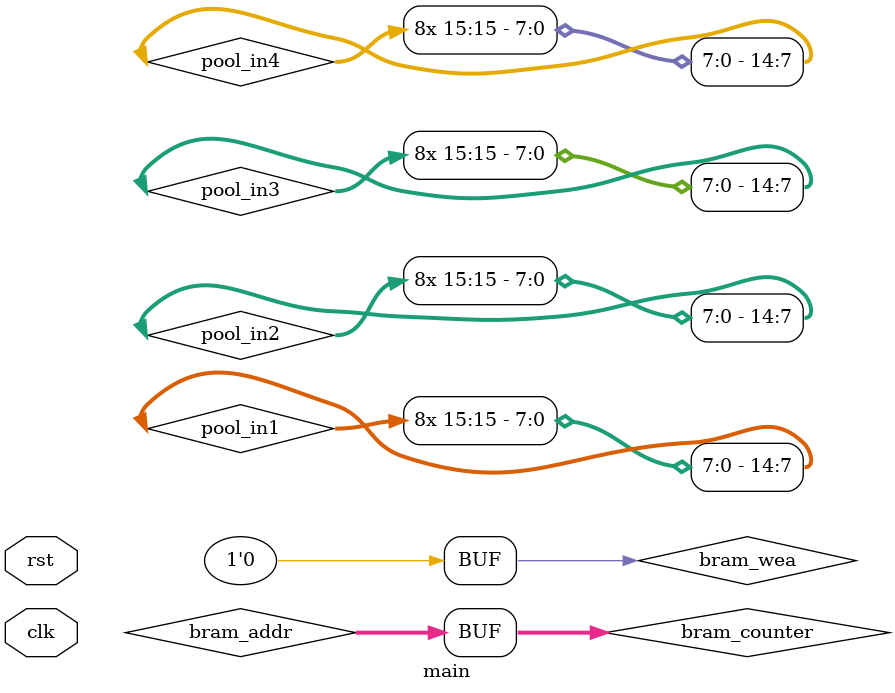
<source format=v>
`timescale 1ns / 1ps

module main(
    input clk,
    input rst
    );
    
    reg signed [3:0] image [0:16383];
    reg signed [3:0] test [0:16383];
    reg signed [7:0] con2 [0:15874];
    reg signed [7:0] pool [0:7936];

    //Read Input Images Into ROMS    
   /*initial begin    
        $readmemb("C:/Users/halok/Desktop/School/Grad VLSI/jordan1.txt", image, 0, 16383);
        $readmemb("C:/Users/halok/Desktop/School/Grad VLSI/jordan1.txt", test, 0, 16383);
    end */
   
    //BRAM Start
    wire [13:0] bram_addr;
    wire [3:0] bram_in;
    wire [3:0] bram_out_image;
    wire [3:0] bram_out_test;
    wire [0:0] bram_wea = 0;
    reg bram_enable;
    reg [13:0] bram_counter;
    
    initial 
        begin
            bram_counter = 0;
            bram_enable = 1;
        end
    
    blk_mem_gen_0 Image(clk,bram_enable,bram_wea,bram_addr,bram_in,bram_out_image);
    blk_mem_gen_1 Test(clk,bram_enable,bram_wea,bram_addr,bram_in,bram_out_test);
    
    assign bram_addr = bram_counter;
    
    always@(posedge clk)
        begin
            if(bram_enable)
                begin
                    image[bram_counter] <= bram_out_image;
                    test[bram_counter] <= bram_out_test;
                    bram_counter = bram_counter + 1'b1;
                    if(bram_addr == 16383)
                        begin
                            bram_enable <= 0;
                        end
                end
        end
    //BRAM End
        
    //Convolution Stage 1 Image//////////////////////////////////////////////////////////////////////////
    reg image_enable;
    wire [3:0] con1_in1;
    wire [3:0] con1_in2;
    wire [3:0] con1_in3;
    wire [3:0] con1_in4;
    wire [3:0] con1_in5;
    wire [3:0] con1_in6;
    wire [3:0] con1_in7;
    wire [3:0] con1_in8;
    wire [3:0] con1_in9;
    wire signed [3:0] con1_final;
    wire finished_con1;
    
    reg [15:0] img_in1_addr;
    reg [15:0] img_in2_addr;
    reg [15:0] img_in3_addr;
    reg [15:0] img_in4_addr;
    reg [15:0] img_in5_addr;
    reg [15:0] img_in6_addr;
    reg [15:0] img_in7_addr;
    reg [15:0] img_in8_addr;
    reg [15:0] img_in9_addr;
    
    reg [15:0] img_addr = 0;
    
    reg[15:0] img_counter = 16'b0000_0000_0000_0001;
    
    initial 
        begin
            img_in1_addr <= 16'b0000_0000_0000_0000;
            img_in2_addr <= 16'b0000_0000_0000_0001;
            img_in3_addr <= 16'b0000_0000_0000_0010;
            img_in4_addr <= 16'b0000_0000_1000_0000;
            img_in5_addr <= 16'b0000_0000_1000_0001;
            img_in6_addr <= 16'b0000_0000_1000_0010;
            img_in7_addr <= 16'b0000_0001_0000_0000;
            img_in8_addr <= 16'b0000_0001_0000_0001;
            img_in9_addr <= 16'b0000_0001_0000_0010;
            
            image_enable <=1'b1;
                        
        end
        
    Convolution_1 Image_Convolution (clk, image_enable, con1_in1, con1_in2, con1_in3, con1_in4, con1_in5, con1_in6, con1_in7, con1_in8, con1_in9, con1_final, finished_con1);
    
    //Assign Inputs
    assign con1_in1 = (image_enable && (image[img_in1_addr])); 
    assign con1_in2 = (image_enable && (image[img_in2_addr]));
    assign con1_in3 = (image_enable && (image[img_in3_addr]));
    assign con1_in4 = (image_enable && (image[img_in4_addr]));
    assign con1_in5 = (image_enable && (image[img_in5_addr]));
    assign con1_in6 = (image_enable && (image[img_in6_addr]));
    assign con1_in7 = (image_enable && (image[img_in7_addr]));
    assign con1_in8 = (image_enable && (image[img_in8_addr]));
    assign con1_in9 = (image_enable && (image[img_in9_addr]));
    
    //Block for Generating Address and Writing Con1 Outputs to ROM  
    always @(posedge clk)
        begin
        if(bram_enable == 0)
        begin
        if(image_enable)
        begin
            if(rst)
                begin
                    img_in1_addr <= 16'b0000_0000_0000_0000;
                    img_in2_addr <= 16'b0000_0000_0000_0001;
                    img_in3_addr <= 16'b0000_0000_0000_0010;
                    img_in4_addr <= 16'b0000_0000_1000_0000;
                    img_in5_addr <= 16'b0000_0000_1000_0001;
                    img_in6_addr <= 16'b0000_0000_1000_0010;
                    img_in7_addr <= 16'b0000_0001_0000_0000;
                    img_in8_addr <= 16'b0000_0001_0000_0001;
                    img_in9_addr <= 16'b0000_0001_0000_0010;                
                end
             if(img_addr == 0)
                begin
                    image[img_addr] = con1_final;
                end
             if(finished_con1)
                begin
                    image[img_addr] = con1_final;
                    img_addr = img_addr + 1'b1;
                    if(img_in9_addr == 16383)
                        begin
                            image_enable = 0;
                        end
                    img_counter = img_counter + 1;
                    if(img_counter == 127)
                        begin
                            img_in1_addr <= img_in1_addr + 16'b0000_0000_0000_0011;
                            img_in2_addr <= img_in2_addr + 16'b0000_0000_0000_0011;
                            img_in3_addr <= img_in3_addr + 16'b0000_0000_0000_0011;
                            img_in4_addr <= img_in4_addr + 16'b0000_0000_0000_0011;
                            img_in5_addr <= img_in5_addr + 16'b0000_0000_0000_0011;
                            img_in6_addr <= img_in6_addr + 16'b0000_0000_0000_0011;
                            img_in7_addr <= img_in7_addr + 16'b0000_0000_0000_0011;
                            img_in8_addr <= img_in8_addr + 16'b0000_0000_0000_0011;
                            img_in9_addr <= img_in9_addr + 16'b0000_0000_0000_0011;
                            img_counter <= 16'b0000_0000_0000_0001; 
                        end
                    else
                        begin
                            img_in1_addr <= img_in1_addr + 1'b1;
                            img_in2_addr <= img_in2_addr + 1'b1;
                            img_in3_addr <= img_in3_addr + 1'b1;
                            img_in4_addr <= img_in4_addr + 1'b1;
                            img_in5_addr <= img_in5_addr + 1'b1;
                            img_in6_addr <= img_in6_addr + 1'b1;
                            img_in7_addr <= img_in7_addr + 1'b1;
                            img_in8_addr <= img_in8_addr + 1'b1;
                            img_in9_addr <= img_in9_addr + 1'b1;    
                        end                  
                end
        end
        end
        end

//Convolution Stage 1 Image END//////////////////////////////////////////////////////////////////////////

//Convolution Stage 1 Test Pattern//////////////////////////////////////////////////////////////////////
    reg test_enable; 
    wire [3:0] test_in1;
    wire [3:0] test_in2;
    wire [3:0] test_in3;
    wire [3:0] test_in4;
    wire [3:0] test_in5;
    wire [3:0] test_in6;
    wire [3:0] test_in7;
    wire [3:0] test_in8;
    wire [3:0] test_in9;
    wire signed [3:0] test_final;
    wire finished_test;
    
    reg [15:0] test_in1_addr;
    reg [15:0] test_in2_addr;
    reg [15:0] test_in3_addr;
    reg [15:0] test_in4_addr;
    reg [15:0] test_in5_addr;
    reg [15:0] test_in6_addr;
    reg [15:0] test_in7_addr;
    reg [15:0] test_in8_addr;
    reg [15:0] test_in9_addr;
    
    reg [15:0] test_addr = 0;
    
    reg [15:0] test_counter = 16'b0000_0000_0000_0001;

    initial 
        begin
            test_in1_addr <= 16'b0000_0000_0000_0000;
            test_in2_addr <= 16'b0000_0000_0000_0001;
            test_in3_addr <= 16'b0000_0000_0000_0010;
            
            test_in4_addr <= 16'b0000_0000_1000_0000;
            test_in5_addr <= 16'b0000_0000_1000_0001;
            test_in6_addr <= 16'b0000_0000_1000_0010;
            
            test_in7_addr <= 16'b0000_0001_0000_0000;
            test_in8_addr <= 16'b0000_0001_0000_0001;
            test_in9_addr <= 16'b0000_0001_0000_0010;
            
            test_enable <=1'b1;            
        end
     
    
    Convolution_1 Test_Convolution (clk, test_enable, test_in1, test_in2, test_in3, test_in4, test_in5, test_in6, test_in7, test_in8, test_in9, test_final, finished_test);

//Pre Assigne Inputs
    assign test_in1 = (test_enable && (test[test_in1_addr])); 
    assign test_in2 = (test_enable && (test[test_in2_addr]));
    assign test_in3 = (test_enable && (test[test_in3_addr]));
    assign test_in4 = (test_enable && (test[test_in4_addr]));
    assign test_in5 = (test_enable && (test[test_in5_addr]));
    assign test_in6 = (test_enable && (test[test_in6_addr]));
    assign test_in7 = (test_enable && (test[test_in7_addr]));
    assign test_in8 = (test_enable && (test[test_in8_addr]));
    assign test_in9 = (test_enable && (test[test_in9_addr]));
   
//Block for Generating Address and Writing Con1 Outputs to ROM  
    always @(posedge clk)
        begin
        if(bram_enable == 0)
        begin
        if(test_enable)
        begin
            if(rst)
                begin
                    test_in1_addr <= 16'b0000_0000_0000_0000;
                    test_in2_addr <= 16'b0000_0000_0000_0001;
                    test_in3_addr <= 16'b0000_0000_0000_0010;
                    test_in4_addr <= 16'b0000_0000_1000_0000;
                    test_in5_addr <= 16'b0000_0000_1000_0001;
                    test_in6_addr <= 16'b0000_0000_1000_0010;
                    test_in7_addr <= 16'b0000_0001_0000_0000;
                    test_in8_addr <= 16'b0000_0001_0000_0001;
                    test_in9_addr <= 16'b0000_0001_0000_0010;                
                end
             if(finished_test)
                begin
                    test[test_addr] = test_final;
                    test_addr = test_addr + 1'b1;
                    if(test_in9_addr == 16383)
                        begin
                            test_enable = 0;
                        end                    
                    test_counter = test_counter + 1;
                    if(test_counter == 127)
                        begin
                            test_in1_addr <=test_in1_addr + 16'b0000_0000_0000_0011;
                            test_in2_addr <=test_in2_addr + 16'b0000_0000_0000_0011;
                            test_in3_addr <=test_in3_addr + 16'b0000_0000_0000_0011;
                            test_in4_addr <=test_in4_addr + 16'b0000_0000_0000_0011;
                            test_in5_addr <=test_in5_addr + 16'b0000_0000_0000_0011;
                            test_in6_addr <=test_in6_addr + 16'b0000_0000_0000_0011;
                            test_in7_addr <=test_in7_addr + 16'b0000_0000_0000_0011;
                            test_in8_addr <=test_in8_addr + 16'b0000_0000_0000_0011;
                            test_in9_addr <=test_in9_addr + 16'b0000_0000_0000_0011;
                            test_counter <= 16'b0000_0000_0000_0001; 
                        end
                    else
                        begin
                            test_in1_addr <= test_in1_addr + 1'b1;
                            test_in2_addr <= test_in2_addr + 1'b1;
                            test_in3_addr <= test_in3_addr + 1'b1;
                            test_in4_addr <= test_in4_addr + 1'b1;
                            test_in5_addr <= test_in5_addr + 1'b1;
                            test_in6_addr <= test_in6_addr + 1'b1;
                            test_in7_addr <= test_in7_addr + 1'b1;
                            test_in8_addr <= test_in8_addr + 1'b1;
                            test_in9_addr <= test_in9_addr + 1'b1;    
                        end                  
                end
        end
        end
        end

//Convolution Stage 1 Test Pattern END//////////////////////////////////////////////////////////////////////////

//Convolution Stage 2//////////////////////////////////////////////////////////////////////////////////////////

    reg con2_enable;
    reg [15:0] con2_counter = 16'b0000_0000_0000_0001;
    reg [15:0] con2_addr = 0;
    wire finished_con2;
    wire signed [3:0] con2_img_in1;
    wire signed [3:0] con2_img_in2;
    wire signed [3:0] con2_img_in3;
    wire signed [3:0] con2_img_in4;
    wire signed [3:0] con2_img_in5;
    wire signed [3:0] con2_img_in6;
    wire signed [3:0] con2_img_in7;
    wire signed [3:0] con2_img_in8;
    wire signed [3:0] con2_img_in9;
    wire signed [3:0] con2_test_in1;
    wire signed [3:0] con2_test_in2;
    wire signed [3:0] con2_test_in3;
    wire signed [3:0] con2_test_in4;
    wire signed [3:0] con2_test_in5;
    wire signed [3:0] con2_test_in6;
    wire signed [3:0] con2_test_in7;
    wire signed [3:0] con2_test_in8;
    wire signed [3:0] con2_test_in9;
    wire signed [7:0] con2_final;

    reg [15:0] con2_in1_addr;
    reg [15:0] con2_in2_addr;
    reg [15:0] con2_in3_addr;
    reg [15:0] con2_in4_addr;
    reg [15:0] con2_in5_addr;
    reg [15:0] con2_in6_addr;
    reg [15:0] con2_in7_addr;
    reg [15:0] con2_in8_addr;
    reg [15:0] con2_in9_addr;
    
    reg [15:0] con2_in10_addr;
    reg [15:0] con2_in11_addr;
    reg [15:0] con2_in12_addr;
    reg [15:0] con2_in13_addr;
    reg [15:0] con2_in14_addr;
    reg [15:0] con2_in15_addr;
    reg [15:0] con2_in16_addr;
    reg [15:0] con2_in17_addr;
    reg [15:0] con2_in18_addr;
    
    
    initial 
        begin
            con2_in1_addr <= 16'b0000_0000_0000_0000;
            con2_in2_addr <= 16'b0000_0000_0000_0001;
            con2_in3_addr <= 16'b0000_0000_0000_0010;

            con2_in4_addr <= 16'b0000_0000_1000_0000;
            con2_in5_addr <= 16'b0000_0000_1000_0001;
            con2_in6_addr <= 16'b0000_0000_1000_0010;

            con2_in7_addr <= 16'b0000_0001_0000_0000;
            con2_in8_addr <= 16'b0000_0001_0000_0001;
            con2_in9_addr <= 16'b0000_0001_0000_0010;

            con2_in10_addr <= 16'b0000_0000_0000_0000;
            con2_in11_addr <= 16'b0000_0000_0000_0001;
            con2_in12_addr <= 16'b0000_0000_0000_0010;

            con2_in13_addr <= 16'b0000_0000_1000_0000;
            con2_in14_addr <= 16'b0000_0000_1000_0001;
            con2_in15_addr <= 16'b0000_0000_1000_0010;

            con2_in16_addr <= 16'b0000_0001_0000_0000;
            con2_in17_addr <= 16'b0000_0001_0000_0001;
            con2_in18_addr <= 16'b0000_0001_0000_0010;
            
            con2_enable <=1'b1;
        end            
        
    
    assign con2_img_in1 = (con2_enable && (image[con2_in1_addr]));
    assign con2_img_in2 = (con2_enable && (image[con2_in2_addr]));
    assign con2_img_in3 = (con2_enable && (image[con2_in3_addr]));
    assign con2_img_in4 = (con2_enable && (image[con2_in4_addr]));
    assign con2_img_in5 = (con2_enable && (image[con2_in5_addr]));
    assign con2_img_in6 = (con2_enable && (image[con2_in6_addr]));
    assign con2_img_in7 = (con2_enable && (image[con2_in7_addr]));
    assign con2_img_in8 = (con2_enable && (image[con2_in8_addr]));
    assign con2_img_in9 = (con2_enable && (image[con2_in9_addr]));
    assign con2_test_in1 = (con2_enable && (test[con2_in10_addr]));
    assign con2_test_in2 = (con2_enable && (test[con2_in11_addr]));
    assign con2_test_in3 = (con2_enable && (test[con2_in12_addr]));
    assign con2_test_in4 = (con2_enable && (test[con2_in13_addr]));
    assign con2_test_in5 = (con2_enable && (test[con2_in14_addr]));
    assign con2_test_in6 = (con2_enable && (test[con2_in15_addr]));
    assign con2_test_in7 = (con2_enable && (test[con2_in16_addr]));
    assign con2_test_in8 = (con2_enable && (test[con2_in17_addr]));
    assign con2_test_in9 = (con2_enable && (test[con2_in18_addr]));

    Convolution_2 c1(clk,con2_enable,
                        con2_img_in1,con2_img_in2,con2_img_in3,con2_img_in4,con2_img_in5,con2_img_in6,con2_img_in7,con2_img_in8,con2_img_in9,
                        con2_test_in1,con2_test_in2,con2_test_in3,con2_test_in4,con2_test_in5,con2_test_in6,con2_test_in7,con2_test_in8,con2_test_in9,
                        con2_final,finished_con2);
    
    always@(posedge clk)   
        begin
        if((image_enable == 0) && (test_enable == 0))
        begin
        if(con2_enable)
        begin
            if(rst)
                begin
                    con2_in1_addr <= 16'b0000_0000_0000_0000;
                    con2_in2_addr <= 16'b0000_0000_0000_0001;
                    con2_in3_addr <= 16'b0000_0000_0000_0010;
                    con2_in4_addr <= 16'b0000_0000_1000_0000;
                    con2_in5_addr <= 16'b0000_0000_1000_0001;
                    con2_in6_addr <= 16'b0000_0000_1000_0010;
                    con2_in7_addr <= 16'b0000_0001_0000_0000;
                    con2_in8_addr <= 16'b0000_0001_0000_0001;
                    con2_in9_addr <= 16'b0000_0001_0000_0010;
                    con2_in10_addr <= 16'b0000_0000_0000_0000;
                    con2_in11_addr <= 16'b0000_0000_0000_0001;
                    con2_in12_addr <= 16'b0000_0000_0000_0010;
                    con2_in13_addr <= 16'b0000_0000_1000_0000;
                    con2_in14_addr <= 16'b0000_0000_1000_0001;
                    con2_in15_addr <= 16'b0000_0000_1000_0010;
                    con2_in16_addr <= 16'b0000_0001_0000_0000;
                    con2_in17_addr <= 16'b0000_0001_0000_0001;
                    con2_in18_addr <= 16'b0000_0001_0000_0010;          
                end
             if(finished_con2)
                begin
                    con2[con2_addr] = con2_final;
                    con2_addr = con2_addr + 1'b1;
                    if((con2_in9_addr == 16383) && (con2_in18_addr == 16383))
                        begin
                            con2_enable <= 0;
                        end                    
                    con2_counter = con2_counter + 1;
                    if(con2_counter == 127)
                        begin
                            con2_in1_addr <=con2_in1_addr + 16'b0000_0000_0000_0011;
                            con2_in2_addr <=con2_in2_addr + 16'b0000_0000_0000_0011;
                            con2_in3_addr <=con2_in3_addr + 16'b0000_0000_0000_0011;
                            con2_in4_addr <=con2_in4_addr + 16'b0000_0000_0000_0011;
                            con2_in5_addr <=con2_in5_addr + 16'b0000_0000_0000_0011;
                            con2_in6_addr <=con2_in6_addr + 16'b0000_0000_0000_0011;
                            con2_in7_addr <=con2_in7_addr + 16'b0000_0000_0000_0011;
                            con2_in8_addr <=con2_in8_addr + 16'b0000_0000_0000_0011;
                            con2_in9_addr <=con2_in9_addr + 16'b0000_0000_0000_0011;
                            con2_in10_addr <=con2_in10_addr + 16'b0000_0000_0000_0011;
                            con2_in11_addr <=con2_in11_addr + 16'b0000_0000_0000_0011;
                            con2_in12_addr <=con2_in12_addr + 16'b0000_0000_0000_0011;
                            con2_in13_addr <=con2_in13_addr + 16'b0000_0000_0000_0011;
                            con2_in14_addr <=con2_in14_addr + 16'b0000_0000_0000_0011;
                            con2_in15_addr <=con2_in15_addr + 16'b0000_0000_0000_0011;
                            con2_in16_addr <=con2_in16_addr + 16'b0000_0000_0000_0011;
                            con2_in17_addr <=con2_in17_addr + 16'b0000_0000_0000_0011;
                            con2_in18_addr <=con2_in18_addr + 16'b0000_0000_0000_0011;
                            con2_counter <= 16'b0000_0000_0000_0001;  
                        end
                    else
                        begin
                            con2_in1_addr <=con2_in1_addr + 1'b1; 
                            con2_in2_addr <=con2_in2_addr + 1'b1; 
                            con2_in3_addr <=con2_in3_addr + 1'b1; 
                            con2_in4_addr <=con2_in4_addr + 1'b1; 
                            con2_in5_addr <=con2_in5_addr + 1'b1; 
                            con2_in6_addr <=con2_in6_addr + 1'b1; 
                            con2_in7_addr <=con2_in7_addr + 1'b1; 
                            con2_in8_addr <=con2_in8_addr + 1'b1; 
                            con2_in9_addr <=con2_in9_addr + 1'b1; 
                            con2_in10_addr <=con2_in10_addr + 1'b1;
                            con2_in11_addr <=con2_in11_addr + 1'b1;
                            con2_in12_addr <=con2_in12_addr + 1'b1;
                            con2_in13_addr <=con2_in13_addr + 1'b1;
                            con2_in14_addr <=con2_in14_addr + 1'b1;
                            con2_in15_addr <=con2_in15_addr + 1'b1;
                            con2_in16_addr <=con2_in16_addr + 1'b1;
                            con2_in17_addr <=con2_in17_addr + 1'b1;
                            con2_in18_addr <=con2_in18_addr + 1'b1;    
                        end                  
             end
        end
        end
        end

//Convolution Stage 2 END/////////////////////////////////////////////////////////////////////////////////////

//Max Pooling Start////////////////////////////////////////////////////////////////////////////////////
    reg pool_enable;
    wire finished_pool;
    wire signed [15:0] pool_in1;
    wire signed [15:0] pool_in2;
    wire signed [15:0] pool_in3;
    wire signed [15:0] pool_in4;
    wire signed [15:0] pool_final;
    
    reg [15:0] pool_in1_addr;
    reg [15:0] pool_in2_addr;
    reg [15:0] pool_in3_addr;
    reg [15:0] pool_in4_addr;
    reg [15:0] pool_addr = 0;
    
    reg [15:0] pool_counter = 0;
    reg pool_stop = 1'b1;
    
    initial
        begin
            pool_in1_addr <= 16'b0000_0000_0000_0000;
            pool_in2_addr <= 16'b0000_0000_0000_0001;
            pool_in3_addr <= 16'b0000_0000_0101_1011;
            pool_in4_addr <= 16'b0000_0000_0101_1100;
            
            pool_enable = 1'b1;
        end
    
    maxpool MaxPooling(clk,pool_enable,pool_in1,pool_in2,pool_in3,pool_in4,pool_final,finished_pool);
    
    assign pool_in1 = ((con2[pool_in1_addr]));
    assign pool_in2 = ((con2[pool_in2_addr]));
    assign pool_in3 = ((con2[pool_in3_addr]));
    assign pool_in4 = ((con2[pool_in4_addr]));
    
    always @(posedge clk)
        begin
        if(con2_enable == 0)
        begin
        if(pool_stop)
        begin
            if(rst)
                begin
                    pool_in1_addr <= 16'b0000_0000_0000_0000;
                    pool_in2_addr <= 16'b0000_0000_0000_0001;
                    pool_in3_addr <= 16'b0000_0000_0111_1110;
                    pool_in4_addr <= 16'b0000_0000_0111_1111;               
                end
             if(finished_pool)
                begin
                    pool[pool_addr] = pool_final;
                    pool_addr = pool_addr + 1'b1;
                    if(pool_in4_addr == 7759)
                        begin
                            pool_stop = 0;
                            pool_enable = 0;
                        end                    
                    pool_counter = pool_counter + 1;
                    if(pool_counter == 90)
                        begin
                            pool_in1_addr <=pool_in1_addr + 16'b0000_0000_0000_0010;
                            pool_in2_addr <=pool_in2_addr + 16'b0000_0000_0000_0010;
                            pool_in3_addr <=pool_in3_addr + 16'b0000_0000_0000_0010;
                            pool_in4_addr <=pool_in4_addr + 16'b0000_0000_0000_0010;
                            pool_counter <= 16'b0000_0000_0000_0001; 
                        end
                    else
                        begin
                            pool_in1_addr <= pool_in1_addr + 1'b1;
                            pool_in2_addr <= pool_in2_addr + 1'b1;
                            pool_in3_addr <= pool_in3_addr + 1'b1;
                            pool_in4_addr <= pool_in4_addr + 1'b1;    
                        end                  
                end
        end
        end
        end

//Max Pooling END////////////////////////////////////////////////////////////////////////////////////
/*
//Write to File START/////////////////////////////////////////////////////////////////////////////////////
    integer outfile;
    reg [15:0] file_counter = 0;
    initial
        begin
            outfile = $fopen("C:/Users/halok/Desktop/School/Grad VLSI/pool.txt","w");
        end
    
    always@(posedge clk)
        begin
            if(pool_stop == 0)
                begin
                    if(file_counter < 7759)
                        begin
                            $fwrite(outfile,"%d\n",pool[file_counter]);
                            file_counter = file_counter + 1'b1;
                        end
                    else
                        begin
                            $fclose(outfile);
                        end
                end
        end
        
//Write to File End/////////////////////////////////////////////////////////////////////////////////
*/
endmodule


</source>
